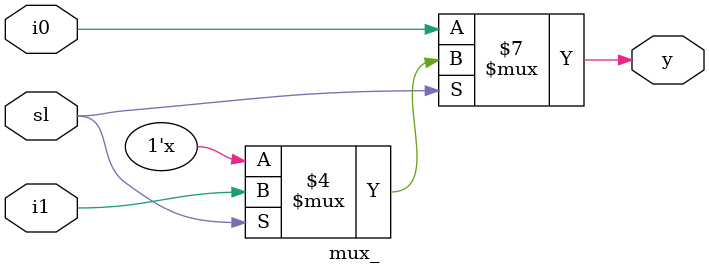
<source format=sv>
module d_latch (
    input d,clk,rst,
    output w1,q,qn 
);
wire w2;
assign qn=~q;
mux_ m1 (d,w1,clk,w1);
mux_ m2 (w1,w2,~clk,w2);
assign q=w2;
endmodule

module mux_(input i0,i1,sl,output reg y);
  always @(i0,i1,sl)
    begin 
      	   if(sl==0)	y<=i0;
      else if(sl==1)  	y<=i1;
    end
endmodule

</source>
